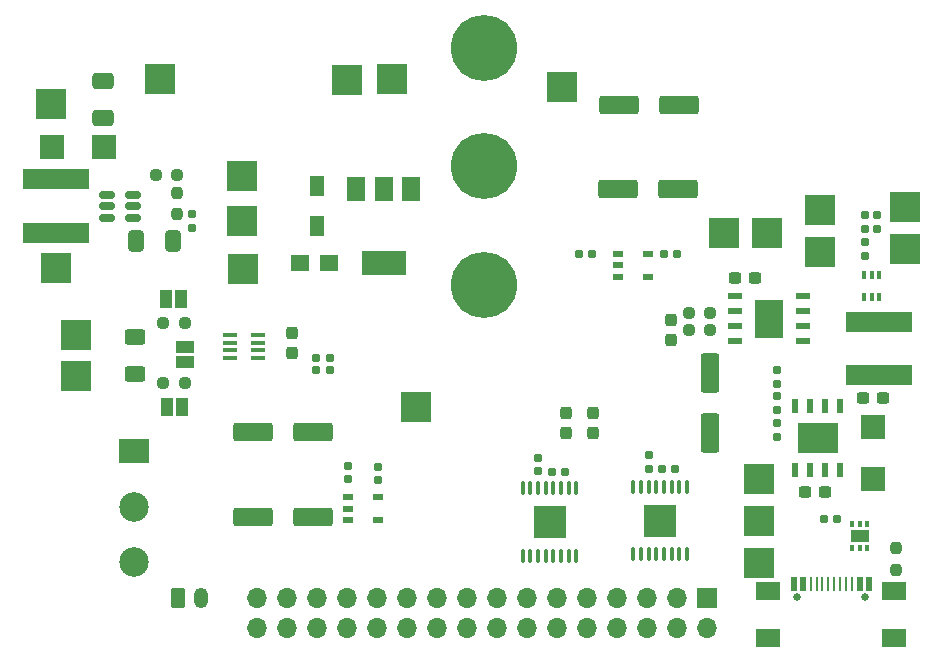
<source format=gbr>
%TF.GenerationSoftware,KiCad,Pcbnew,7.0.1*%
%TF.CreationDate,2025-03-28T11:58:16+02:00*%
%TF.ProjectId,EEE3088F_MM_Power_Project,45454533-3038-4384-965f-4d4d5f506f77,rev?*%
%TF.SameCoordinates,Original*%
%TF.FileFunction,Soldermask,Top*%
%TF.FilePolarity,Negative*%
%FSLAX46Y46*%
G04 Gerber Fmt 4.6, Leading zero omitted, Abs format (unit mm)*
G04 Created by KiCad (PCBNEW 7.0.1) date 2025-03-28 11:58:16*
%MOMM*%
%LPD*%
G01*
G04 APERTURE LIST*
G04 Aperture macros list*
%AMRoundRect*
0 Rectangle with rounded corners*
0 $1 Rounding radius*
0 $2 $3 $4 $5 $6 $7 $8 $9 X,Y pos of 4 corners*
0 Add a 4 corners polygon primitive as box body*
4,1,4,$2,$3,$4,$5,$6,$7,$8,$9,$2,$3,0*
0 Add four circle primitives for the rounded corners*
1,1,$1+$1,$2,$3*
1,1,$1+$1,$4,$5*
1,1,$1+$1,$6,$7*
1,1,$1+$1,$8,$9*
0 Add four rect primitives between the rounded corners*
20,1,$1+$1,$2,$3,$4,$5,0*
20,1,$1+$1,$4,$5,$6,$7,0*
20,1,$1+$1,$6,$7,$8,$9,0*
20,1,$1+$1,$8,$9,$2,$3,0*%
G04 Aperture macros list end*
%ADD10RoundRect,0.160000X-0.160000X0.197500X-0.160000X-0.197500X0.160000X-0.197500X0.160000X0.197500X0*%
%ADD11R,2.000000X2.000000*%
%ADD12R,0.350013X0.500000*%
%ADD13R,1.600000X1.000000*%
%ADD14C,0.649987*%
%ADD15R,2.020015X1.500000*%
%ADD16R,0.500000X1.150013*%
%ADD17R,0.259995X1.150013*%
%ADD18R,1.500000X1.358903*%
%ADD19O,0.350013X1.300000*%
%ADD20R,2.740005X2.740005*%
%ADD21RoundRect,0.250000X-1.412500X-0.550000X1.412500X-0.550000X1.412500X0.550000X-1.412500X0.550000X0*%
%ADD22R,2.500000X2.500000*%
%ADD23RoundRect,0.250000X-0.350000X-0.625000X0.350000X-0.625000X0.350000X0.625000X-0.350000X0.625000X0*%
%ADD24O,1.200000X1.750000*%
%ADD25R,0.600000X1.300000*%
%ADD26R,3.500000X2.500000*%
%ADD27RoundRect,0.155000X0.155000X-0.212500X0.155000X0.212500X-0.155000X0.212500X-0.155000X-0.212500X0*%
%ADD28RoundRect,0.250000X0.650000X-0.412500X0.650000X0.412500X-0.650000X0.412500X-0.650000X-0.412500X0*%
%ADD29RoundRect,0.150000X-0.512500X-0.150000X0.512500X-0.150000X0.512500X0.150000X-0.512500X0.150000X0*%
%ADD30RoundRect,0.237500X0.300000X0.237500X-0.300000X0.237500X-0.300000X-0.237500X0.300000X-0.237500X0*%
%ADD31RoundRect,0.250000X1.412500X0.550000X-1.412500X0.550000X-1.412500X-0.550000X1.412500X-0.550000X0*%
%ADD32R,1.296012X1.757506*%
%ADD33R,1.700000X1.700000*%
%ADD34O,1.700000X1.700000*%
%ADD35RoundRect,0.155000X0.212500X0.155000X-0.212500X0.155000X-0.212500X-0.155000X0.212500X-0.155000X0*%
%ADD36RoundRect,0.237500X-0.250000X-0.237500X0.250000X-0.237500X0.250000X0.237500X-0.250000X0.237500X0*%
%ADD37RoundRect,0.237500X-0.237500X0.250000X-0.237500X-0.250000X0.237500X-0.250000X0.237500X0.250000X0*%
%ADD38RoundRect,0.160000X0.160000X-0.197500X0.160000X0.197500X-0.160000X0.197500X-0.160000X-0.197500X0*%
%ADD39RoundRect,0.237500X0.237500X-0.300000X0.237500X0.300000X-0.237500X0.300000X-0.237500X-0.300000X0*%
%ADD40C,5.600000*%
%ADD41R,5.700000X1.700000*%
%ADD42RoundRect,0.237500X-0.237500X0.300000X-0.237500X-0.300000X0.237500X-0.300000X0.237500X0.300000X0*%
%ADD43R,0.900000X0.500000*%
%ADD44R,1.000000X1.500000*%
%ADD45RoundRect,0.250000X-0.550000X1.412500X-0.550000X-1.412500X0.550000X-1.412500X0.550000X1.412500X0*%
%ADD46RoundRect,0.250000X-0.412500X-0.650000X0.412500X-0.650000X0.412500X0.650000X-0.412500X0.650000X0*%
%ADD47O,1.251994X0.364008*%
%ADD48R,0.364008X0.650013*%
%ADD49RoundRect,0.160000X0.197500X0.160000X-0.197500X0.160000X-0.197500X-0.160000X0.197500X-0.160000X0*%
%ADD50RoundRect,0.155000X-0.155000X0.212500X-0.155000X-0.212500X0.155000X-0.212500X0.155000X0.212500X0*%
%ADD51R,1.500000X2.000000*%
%ADD52R,3.800000X2.000000*%
%ADD53RoundRect,0.237500X-0.300000X-0.237500X0.300000X-0.237500X0.300000X0.237500X-0.300000X0.237500X0*%
%ADD54RoundRect,0.250000X-0.625000X0.400000X-0.625000X-0.400000X0.625000X-0.400000X0.625000X0.400000X0*%
%ADD55RoundRect,0.155000X-0.212500X-0.155000X0.212500X-0.155000X0.212500X0.155000X-0.212500X0.155000X0*%
%ADD56R,1.200000X0.600000*%
%ADD57R,2.400000X3.300000*%
%ADD58R,1.500000X1.000000*%
%ADD59R,2.500000X2.100000*%
%ADD60C,2.500000*%
G04 APERTURE END LIST*
D10*
%TO.C,R4*%
X114935000Y-113702500D03*
X114935000Y-114897500D03*
%TD*%
D11*
%TO.C,D1*%
X107508298Y-108026200D03*
X103108502Y-108026200D03*
%TD*%
%TO.C,D2*%
X172618399Y-131726804D03*
X172618399Y-136126600D03*
%TD*%
D12*
%TO.C,U9*%
X170799987Y-141969924D03*
X171449975Y-141969924D03*
X172099962Y-141969924D03*
X172099962Y-139969924D03*
X171449975Y-139969924D03*
X170799987Y-139969924D03*
D13*
X171449975Y-140969924D03*
%TD*%
D14*
%TO.C,U7*%
X166174918Y-146108677D03*
X171954954Y-146108677D03*
D15*
X174394883Y-145608550D03*
X174394883Y-149608550D03*
X163734989Y-149608550D03*
X163734989Y-145608550D03*
D16*
X165865038Y-145034000D03*
X166664885Y-145034000D03*
D17*
X167815000Y-145034000D03*
X168815000Y-145034000D03*
X169314872Y-145034000D03*
X170314618Y-145034000D03*
D16*
X171464987Y-145034000D03*
X172265088Y-145034000D03*
D17*
X170815000Y-145034000D03*
X169815000Y-145034000D03*
X168314872Y-145034000D03*
X167314872Y-145034000D03*
%TD*%
D18*
%TO.C,C5*%
X126516298Y-117856000D03*
X124116502Y-117856000D03*
%TD*%
D19*
%TO.C,U10*%
X152294834Y-142494000D03*
X152944822Y-142494000D03*
X153594809Y-142494000D03*
X154245050Y-142494000D03*
X154895038Y-142494000D03*
X155545025Y-142494000D03*
X156195012Y-142494000D03*
X156845000Y-142494000D03*
X152294834Y-136793974D03*
X152944822Y-136793974D03*
X153594809Y-136793974D03*
X154245050Y-136793974D03*
X154895038Y-136793974D03*
X155545025Y-136793974D03*
X156195012Y-136793974D03*
X156845000Y-136793974D03*
D20*
X154569917Y-139643987D03*
%TD*%
D19*
%TO.C,U8*%
X142936717Y-142600813D03*
X143586705Y-142600813D03*
X144236692Y-142600813D03*
X144886933Y-142600813D03*
X145536921Y-142600813D03*
X146186908Y-142600813D03*
X146836895Y-142600813D03*
X147486883Y-142600813D03*
X147486883Y-136900787D03*
X146836895Y-136900787D03*
X146186908Y-136900787D03*
X145536921Y-136900787D03*
X144886933Y-136900787D03*
X144236692Y-136900787D03*
X143586705Y-136900787D03*
X142936717Y-136900787D03*
D20*
X145211800Y-139750800D03*
%TD*%
D21*
%TO.C,C31*%
X120070800Y-132156200D03*
X125145800Y-132156200D03*
%TD*%
D22*
%TO.C,5V_R1_TP1*%
X119126000Y-110490000D03*
%TD*%
D23*
%TO.C,J1*%
X113722400Y-146151600D03*
D24*
X115722400Y-146151600D03*
%TD*%
D25*
%TO.C,U4*%
X169824403Y-129956804D03*
X168554400Y-129956804D03*
X167284398Y-129956804D03*
X166014395Y-129956804D03*
X166014395Y-135356600D03*
X167284398Y-135356600D03*
X168554400Y-135356600D03*
X169824403Y-135356600D03*
D26*
X167919399Y-132656829D03*
%TD*%
D27*
%TO.C,C11*%
X144246600Y-135441500D03*
X144246600Y-134306500D03*
%TD*%
D28*
%TO.C,C2*%
X107416600Y-105537800D03*
X107416600Y-102412800D03*
%TD*%
D22*
%TO.C,L_TP_1*%
X103428800Y-118262400D03*
%TD*%
D29*
%TO.C,U1*%
X107701500Y-112080000D03*
X107701500Y-113030000D03*
X107701500Y-113980000D03*
X109976500Y-113980000D03*
X109976500Y-113030000D03*
X109976500Y-112080000D03*
%TD*%
D30*
%TO.C,C9*%
X162609700Y-119075200D03*
X160884700Y-119075200D03*
%TD*%
D31*
%TO.C,C30*%
X125171200Y-139293600D03*
X120096200Y-139293600D03*
%TD*%
D22*
%TO.C,9-5V_R1_TP1*%
X162941000Y-136144000D03*
%TD*%
D32*
%TO.C,C4*%
X125523713Y-111319860D03*
X125523713Y-114692478D03*
%TD*%
D33*
%TO.C,J2*%
X158572200Y-146227800D03*
D34*
X158572200Y-148767800D03*
X156032200Y-146227800D03*
X156032200Y-148767800D03*
X153492200Y-146227800D03*
X153492200Y-148767800D03*
X150952200Y-146227800D03*
X150952200Y-148767800D03*
X148412200Y-146227800D03*
X148412200Y-148767800D03*
X145872200Y-146227800D03*
X145872200Y-148767800D03*
X143332200Y-146227800D03*
X143332200Y-148767800D03*
X140792200Y-146227800D03*
X140792200Y-148767800D03*
X138252200Y-146227800D03*
X138252200Y-148767800D03*
X135712200Y-146227800D03*
X135712200Y-148767800D03*
X133172200Y-146227800D03*
X133172200Y-148767800D03*
X130632200Y-146227800D03*
X130632200Y-148767800D03*
X128092200Y-146227800D03*
X128092200Y-148767800D03*
X125552200Y-146227800D03*
X125552200Y-148767800D03*
X123012200Y-146227800D03*
X123012200Y-148767800D03*
X120472200Y-146227800D03*
X120472200Y-148767800D03*
%TD*%
D35*
%TO.C,C16*%
X155846400Y-135280400D03*
X154711400Y-135280400D03*
%TD*%
D22*
%TO.C,5V_R2_TP1*%
X119253000Y-118364000D03*
%TD*%
D35*
%TO.C,C33*%
X156015500Y-117094000D03*
X154880500Y-117094000D03*
%TD*%
D36*
%TO.C,R5*%
X112511500Y-127990600D03*
X114336500Y-127990600D03*
%TD*%
D37*
%TO.C,R15*%
X174498000Y-141962500D03*
X174498000Y-143787500D03*
%TD*%
D38*
%TO.C,R10*%
X171907200Y-114957900D03*
X171907200Y-113762900D03*
%TD*%
D21*
%TO.C,C20*%
X150982600Y-111531400D03*
X156057600Y-111531400D03*
%TD*%
D39*
%TO.C,C17*%
X148844000Y-132231300D03*
X148844000Y-130506300D03*
%TD*%
%TO.C,C14*%
X146583400Y-132256700D03*
X146583400Y-130531700D03*
%TD*%
D37*
%TO.C,R3*%
X113665000Y-111863500D03*
X113665000Y-113688500D03*
%TD*%
D22*
%TO.C,CHRG_SelectR2_TP1*%
X175336200Y-116636800D03*
%TD*%
D40*
%TO.C,H1*%
X139649200Y-119659099D03*
%TD*%
D35*
%TO.C,C12*%
X146532600Y-135483600D03*
X145397600Y-135483600D03*
%TD*%
D40*
%TO.C,H3*%
X139649200Y-109659099D03*
%TD*%
D41*
%TO.C,L3*%
X173101000Y-127330200D03*
X173101000Y-122830200D03*
%TD*%
D22*
%TO.C,5V_TP1*%
X112191800Y-102260400D03*
%TD*%
D42*
%TO.C,C7*%
X155498800Y-122657700D03*
X155498800Y-124382700D03*
%TD*%
D10*
%TO.C,R13*%
X164490399Y-126889702D03*
X164490399Y-128084702D03*
%TD*%
D36*
%TO.C,R2*%
X111863500Y-110363000D03*
X113688500Y-110363000D03*
%TD*%
D41*
%TO.C,L2*%
X103428800Y-115254600D03*
X103428800Y-110754600D03*
%TD*%
D22*
%TO.C,CHRG_SelectR1_TP1*%
X168122600Y-116916200D03*
%TD*%
D43*
%TO.C,U12*%
X150977600Y-117073676D03*
X150977600Y-118023638D03*
X150977600Y-118973600D03*
X153577550Y-118973600D03*
X153577550Y-117073676D03*
%TD*%
D44*
%TO.C,JP2*%
X114011500Y-120909000D03*
X112711500Y-120909000D03*
%TD*%
D22*
%TO.C,CHRG_VinR_TP1*%
X159943800Y-115265200D03*
%TD*%
D38*
%TO.C,R12*%
X164490399Y-132563800D03*
X164490399Y-131368800D03*
%TD*%
D43*
%TO.C,U14*%
X128117600Y-137668000D03*
X128117600Y-138617962D03*
X128117600Y-139567924D03*
X130717550Y-139567924D03*
X130717550Y-137668000D03*
%TD*%
D22*
%TO.C,9V_TP1*%
X133858000Y-130048000D03*
%TD*%
D31*
%TO.C,C21*%
X156133800Y-104419400D03*
X151058800Y-104419400D03*
%TD*%
D27*
%TO.C,C15*%
X153593800Y-135238300D03*
X153593800Y-134103300D03*
%TD*%
D36*
%TO.C,R6*%
X112511500Y-122909000D03*
X114336500Y-122909000D03*
%TD*%
D45*
%TO.C,C10*%
X158775403Y-127106600D03*
X158775403Y-132181600D03*
%TD*%
D22*
%TO.C,9-5V_VSense_TP1*%
X162915600Y-139700000D03*
%TD*%
D46*
%TO.C,C1*%
X110159000Y-115951000D03*
X113284000Y-115951000D03*
%TD*%
D36*
%TO.C,R8*%
X156999300Y-122021600D03*
X158824300Y-122021600D03*
%TD*%
D47*
%TO.C,U2*%
X120562560Y-125884108D03*
X120562560Y-125234121D03*
X120562560Y-124584133D03*
X120562560Y-123933892D03*
X118110440Y-123933892D03*
X118110440Y-124584133D03*
X118110440Y-125234121D03*
X118110440Y-125884108D03*
%TD*%
D22*
%TO.C,Shunt_TP1*%
X105086500Y-127409000D03*
%TD*%
D48*
%TO.C,U6*%
X173130974Y-118830800D03*
X172480987Y-118830800D03*
X171831000Y-118830800D03*
X171831000Y-120730724D03*
X172480987Y-120730724D03*
X173130974Y-120730724D03*
%TD*%
D22*
%TO.C,3V3_TP1*%
X128016000Y-102362000D03*
%TD*%
D49*
%TO.C,R17*%
X126632300Y-125857000D03*
X125437300Y-125857000D03*
%TD*%
%TO.C,R16*%
X126632300Y-126856400D03*
X125437300Y-126856400D03*
%TD*%
D50*
%TO.C,C28*%
X130683000Y-135068500D03*
X130683000Y-136203500D03*
%TD*%
D42*
%TO.C,C3*%
X123393200Y-123749900D03*
X123393200Y-125474900D03*
%TD*%
D36*
%TO.C,R7*%
X157001200Y-123520200D03*
X158826200Y-123520200D03*
%TD*%
D40*
%TO.C,H2*%
X139649200Y-99659099D03*
%TD*%
D22*
%TO.C,CHRG_SelectR1_TP2*%
X168122600Y-113334800D03*
%TD*%
D51*
%TO.C,U3*%
X133458400Y-111531000D03*
X131158400Y-111531000D03*
D52*
X131158400Y-117831000D03*
D51*
X128858400Y-111531000D03*
%TD*%
D22*
%TO.C,9-5V_R2_TP1*%
X162941000Y-143205200D03*
%TD*%
D53*
%TO.C,C8*%
X171755899Y-129227702D03*
X173480899Y-129227702D03*
%TD*%
D44*
%TO.C,JP1*%
X112786500Y-129981200D03*
X114086500Y-129981200D03*
%TD*%
D22*
%TO.C,CHRG_SelectR2_TP2*%
X175336200Y-113106200D03*
%TD*%
D54*
%TO.C,R1*%
X110086500Y-124109000D03*
X110086500Y-127209000D03*
%TD*%
D50*
%TO.C,C32*%
X128117600Y-135009000D03*
X128117600Y-136144000D03*
%TD*%
D38*
%TO.C,R9*%
X171907200Y-117243900D03*
X171907200Y-116048900D03*
%TD*%
D55*
%TO.C,C23*%
X147692300Y-117068600D03*
X148827300Y-117068600D03*
%TD*%
D38*
%TO.C,R11*%
X172923200Y-114945800D03*
X172923200Y-113750800D03*
%TD*%
D22*
%TO.C,L_TP_2*%
X102997000Y-104368600D03*
%TD*%
D56*
%TO.C,U5*%
X166700204Y-124447302D03*
X166700204Y-123177299D03*
X166700204Y-121907297D03*
X166700204Y-120637294D03*
X160883592Y-120637294D03*
X160883592Y-121907297D03*
X160883592Y-123177299D03*
X160883592Y-124447302D03*
D57*
X163791898Y-122542298D03*
%TD*%
D22*
%TO.C,5V_FB_TP1*%
X119126000Y-114300000D03*
%TD*%
%TO.C,Shunt_TP2*%
X105086500Y-123909000D03*
%TD*%
D10*
%TO.C,R14*%
X164490399Y-129120300D03*
X164490399Y-130315300D03*
%TD*%
D58*
%TO.C,JP3*%
X114336500Y-124909000D03*
X114336500Y-126209000D03*
%TD*%
D22*
%TO.C,CHRG_VinR_TP2*%
X163576000Y-115265200D03*
%TD*%
D53*
%TO.C,C6*%
X166804000Y-137210800D03*
X168529000Y-137210800D03*
%TD*%
D22*
%TO.C,BAT_TP1*%
X131876800Y-102260400D03*
%TD*%
%TO.C,GND_TP1*%
X146278600Y-102946200D03*
%TD*%
D59*
%TO.C,U11*%
X109982000Y-133780775D03*
D60*
X109982000Y-138480800D03*
X109982000Y-143180825D03*
%TD*%
D35*
%TO.C,C13*%
X169579100Y-139471400D03*
X168444100Y-139471400D03*
%TD*%
M02*

</source>
